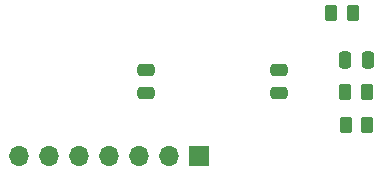
<source format=gbr>
%TF.GenerationSoftware,KiCad,Pcbnew,9.0.0*%
%TF.CreationDate,2025-04-24T23:16:59+03:00*%
%TF.ProjectId,Modular_Filter_kicad,4d6f6475-6c61-4725-9f46-696c7465725f,rev?*%
%TF.SameCoordinates,Original*%
%TF.FileFunction,Soldermask,Bot*%
%TF.FilePolarity,Negative*%
%FSLAX46Y46*%
G04 Gerber Fmt 4.6, Leading zero omitted, Abs format (unit mm)*
G04 Created by KiCad (PCBNEW 9.0.0) date 2025-04-24 23:16:59*
%MOMM*%
%LPD*%
G01*
G04 APERTURE LIST*
G04 Aperture macros list*
%AMRoundRect*
0 Rectangle with rounded corners*
0 $1 Rounding radius*
0 $2 $3 $4 $5 $6 $7 $8 $9 X,Y pos of 4 corners*
0 Add a 4 corners polygon primitive as box body*
4,1,4,$2,$3,$4,$5,$6,$7,$8,$9,$2,$3,0*
0 Add four circle primitives for the rounded corners*
1,1,$1+$1,$2,$3*
1,1,$1+$1,$4,$5*
1,1,$1+$1,$6,$7*
1,1,$1+$1,$8,$9*
0 Add four rect primitives between the rounded corners*
20,1,$1+$1,$2,$3,$4,$5,0*
20,1,$1+$1,$4,$5,$6,$7,0*
20,1,$1+$1,$6,$7,$8,$9,0*
20,1,$1+$1,$8,$9,$2,$3,0*%
G04 Aperture macros list end*
%ADD10R,1.700000X1.700000*%
%ADD11O,1.700000X1.700000*%
%ADD12RoundRect,0.250000X-0.262500X-0.450000X0.262500X-0.450000X0.262500X0.450000X-0.262500X0.450000X0*%
%ADD13RoundRect,0.250000X0.475000X-0.250000X0.475000X0.250000X-0.475000X0.250000X-0.475000X-0.250000X0*%
%ADD14RoundRect,0.250000X0.250000X0.475000X-0.250000X0.475000X-0.250000X-0.475000X0.250000X-0.475000X0*%
%ADD15RoundRect,0.250000X-0.475000X0.250000X-0.475000X-0.250000X0.475000X-0.250000X0.475000X0.250000X0*%
%ADD16RoundRect,0.250000X0.262500X0.450000X-0.262500X0.450000X-0.262500X-0.450000X0.262500X-0.450000X0*%
G04 APERTURE END LIST*
D10*
%TO.C,J1*%
X97078800Y-111760000D03*
D11*
X94538800Y-111760000D03*
X91998800Y-111760000D03*
X89458800Y-111760000D03*
X86918800Y-111760000D03*
X84378800Y-111760000D03*
X81838800Y-111760000D03*
%TD*%
D12*
%TO.C,R17*%
X108256700Y-99618800D03*
X110081700Y-99618800D03*
%TD*%
D13*
%TO.C,C17*%
X92583000Y-106426000D03*
X92583000Y-104526000D03*
%TD*%
D14*
%TO.C,C11*%
X111338400Y-103632000D03*
X109438400Y-103632000D03*
%TD*%
D15*
%TO.C,C16*%
X103860600Y-104510800D03*
X103860600Y-106410800D03*
%TD*%
D16*
%TO.C,R14*%
X111275500Y-106324400D03*
X109450500Y-106324400D03*
%TD*%
%TO.C,R16*%
X111300900Y-109118400D03*
X109475900Y-109118400D03*
%TD*%
M02*

</source>
